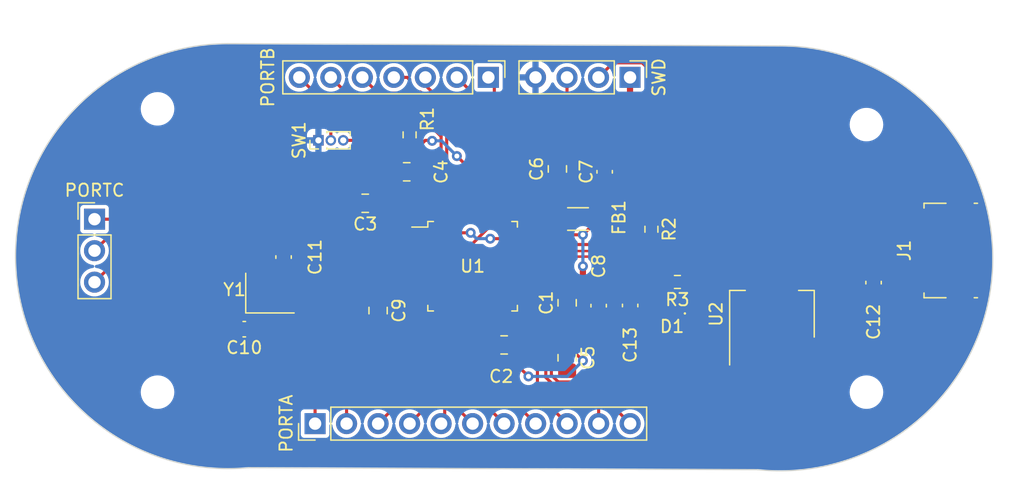
<source format=kicad_pcb>
(kicad_pcb (version 20221018) (generator pcbnew)
  (layers (0 "F.Cu" signal) (31 "B.Cu" power) (34 "B.Paste" user) (35 "F.Paste" user) (36 "B.SilkS" user "B.Silkscreen") (37 "F.SilkS" user "F.Silkscreen") (38 "B.Mask" user) (39 "F.Mask" user) (44 "Edge.Cuts" user))
  (net 0 "")
  (net 1 "+3.3V")
  (net 2 "GND")
  (net 3 "+3.3VA")
  (net 4 "/NRST")
  (net 5 "/HSE_IN")
  (net 6 "/HSE_OUT")
  (net 7 "VBUS")
  (net 8 "Net-(D1-K)")
  (net 9 "/USB_D-")
  (net 10 "/USB_D+")
  (net 13 "/SWDIO")
  (net 14 "/SWCLK")
  (net 15 "Net-(J3-Pin_1)")
  (net 16 "Net-(J3-Pin_2)")
  (net 17 "Net-(J3-Pin_3)")
  (net 18 "Net-(J3-Pin_4)")
  (net 19 "Net-(J3-Pin_5)")
  (net 20 "Net-(J3-Pin_6)")
  (net 21 "Net-(J3-Pin_7)")
  (net 22 "Net-(J4-Pin_1)")
  (net 23 "Net-(J4-Pin_2)")
  (net 24 "Net-(J4-Pin_3)")
  (net 25 "Net-(J4-Pin_4)")
  (net 26 "Net-(J4-Pin_5)")
  (net 27 "Net-(J4-Pin_6)")
  (net 28 "Net-(J4-Pin_7)")
  (net 29 "Net-(J4-Pin_8)")
  (net 30 "Net-(J4-Pin_9)")
  (net 31 "Net-(J4-Pin_10)")
  (net 32 "Net-(J4-Pin_11)")
  (net 33 "Net-(J5-Pin_1)")
  (net 34 "Net-(J5-Pin_2)")
  (net 35 "Net-(J5-Pin_3)")
  (net 36 "/sw_boot0")
  (net 37 "/BOOT0")
  (footprint "Capacitor_SMD:C_0504_1310Metric_Pad0.83x1.28mm_HandSolder" (layer "F.Cu") (at 152.885 90.17 90)
    (fp_text reference "C7" (at 0 -1.49 90) (layer "F.SilkS"))
    (fp_text value "1u")
    (fp_line (start -0.101969 -0.62) (end 0.101969 -0.62) (stroke (width 0.12)) (layer "F.SilkS"))
    (fp_line (start -0.101969 0.62) (end 0.101969 0.62) (stroke (width 0.12)) (layer "F.SilkS"))
    (pad "1" smd roundrect (at -0.6275 0 90) (size 0.835 1.28) (layers "F.Cu" "F.Paste" "F.Mask") (net 3 "+3.3VA"))
    (pad "2" smd roundrect (at 0.6275 0 90) (size 0.835 1.28) (layers "F.Cu" "F.Paste" "F.Mask") (net 2 "GND"))
  )
  (footprint "Package_QFP:LQFP-48_7x7mm_P0.5mm" (layer "F.Cu") (at 142.24 97.79)
    (fp_text reference "U1" (at 0 0) (layer "F.SilkS"))
    (fp_text value "STM32F103C8Tx")
    (fp_line (start -3.61 -3.61) (end -3.61 -3.16) (stroke (width 0.12)) (layer "F.SilkS"))
    (fp_line (start -3.61 -3.16) (end -4.9 -3.16) (stroke (width 0.12)) (layer "F.SilkS"))
    (fp_line (start -3.61 3.61) (end -3.61 3.16) (stroke (width 0.12)) (layer "F.SilkS"))
    (fp_line (start -3.16 -3.61) (end -3.61 -3.61) (stroke (width 0.12)) (layer "F.SilkS"))
    (fp_line (start -3.16 3.61) (end -3.61 3.61) (stroke (width 0.12)) (layer "F.SilkS"))
    (fp_line (start 3.16 -3.61) (end 3.61 -3.61) (stroke (width 0.12)) (layer "F.SilkS"))
    (fp_line (start 3.16 3.61) (end 3.61 3.61) (stroke (width 0.12)) (layer "F.SilkS"))
    (fp_line (start 3.61 -3.61) (end 3.61 -3.16) (stroke (width 0.12)) (layer "F.SilkS"))
    (fp_line (start 3.61 3.61) (end 3.61 3.16) (stroke (width 0.12)) (layer "F.SilkS"))
    (pad "1" smd roundrect (at -4.1625 -2.75) (size 1.475 0.3) (layers "F.Cu" "F.Paste" "F.Mask") (net 1 "+3.3V"))
    (pad "2" smd roundrect (at -4.1625 -2.25) (size 1.475 0.3) (layers "F.Cu" "F.Paste" "F.Mask") (net 33 "Net-(J5-Pin_1)"))
    (pad "3" smd roundrect (at -4.1625 -1.75) (size 1.475 0.3) (layers "F.Cu" "F.Paste" "F.Mask") (net 34 "Net-(J5-Pin_2)"))
    (pad "4" smd roundrect (at -4.1625 -1.25) (size 1.475 0.3) (layers "F.Cu" "F.Paste" "F.Mask") (net 35 "Net-(J5-Pin_3)"))
    (pad "5" smd roundrect (at -4.1625 -0.75) (size 1.475 0.3) (layers "F.Cu" "F.Paste" "F.Mask") (net 5 "/HSE_IN"))
    (pad "6" smd roundrect (at -4.1625 -0.25) (size 1.475 0.3) (layers "F.Cu" "F.Paste" "F.Mask") (net 6 "/HSE_OUT"))
    (pad "7" smd roundrect (at -4.1625 0.25) (size 1.475 0.3) (layers "F.Cu" "F.Paste" "F.Mask") (net 4 "/NRST"))
    (pad "8" smd roundrect (at -4.1625 0.75) (size 1.475 0.3) (layers "F.Cu" "F.Paste" "F.Mask") (net 2 "GND"))
    (pad "9" smd roundrect (at -4.1625 1.25) (size 1.475 0.3) (layers "F.Cu" "F.Paste" "F.Mask") (net 3 "+3.3VA"))
    (pad "10" smd roundrect (at -4.1625 1.75) (size 1.475 0.3) (layers "F.Cu" "F.Paste" "F.Mask") (net 22 "Net-(J4-Pin_1)"))
    (pad "11" smd roundrect (at -4.1625 2.25) (size 1.475 0.3) (layers "F.Cu" "F.Paste" "F.Mask") (net 23 "Net-(J4-Pin_2)"))
    (pad "12" smd roundrect (at -4.1625 2.75) (size 1.475 0.3) (layers "F.Cu" "F.Paste" "F.Mask") (net 24 "Net-(J4-Pin_3)"))
    (pad "13" smd roundrect (at -2.75 4.1625) (size 0.3 1.475) (layers "F.Cu" "F.Paste" "F.Mask") (net 25 "Net-(J4-Pin_4)"))
    (pad "14" smd roundrect (at -2.25 4.1625) (size 0.3 1.475) (layers "F.Cu" "F.Paste" "F.Mask") (net 26 "Net-(J4-Pin_5)"))
    (pad "15" smd roundrect (at -1.75 4.1625) (size 0.3 1.475) (layers "F.Cu" "F.Paste" "F.Mask") (net 27 "Net-(J4-Pin_6)"))
    (pad "16" smd roundrect (at -1.25 4.1625) (size 0.3 1.475) (layers "F.Cu" "F.Paste" "F.Mask") (net 28 "Net-(J4-Pin_7)"))
    (pad "17" smd roundrect (at -0.75 4.1625) (size 0.3 1.475) (layers "F.Cu" "F.Paste" "F.Mask") (net 29 "Net-(J4-Pin_8)"))
    (pad "18" smd roundrect (at -0.25 4.1625) (size 0.3 1.475) (layers "F.Cu" "F.Paste" "F.Mask"))
    (pad "19" smd roundrect (at 0.25 4.1625) (size 0.3 1.475) (layers "F.Cu" "F.Paste" "F.Mask"))
    (pad "20" smd roundrect (at 0.75 4.1625) (size 0.3 1.475) (layers "F.Cu" "F.Paste" "F.Mask"))
    (pad "21" smd roundrect (at 1.25 4.1625) (size 0.3 1.475) (layers "F.Cu" "F.Paste" "F.Mask"))
    (pad "22" smd roundrect (at 1.75 4.1625) (size 0.3 1.475) (layers "F.Cu" "F.Paste" "F.Mask"))
    (pad "23" smd roundrect (at 2.25 4.1625) (size 0.3 1.475) (layers "F.Cu" "F.Paste" "F.Mask") (net 2 "GND"))
    (pad "24" smd roundrect (at 2.75 4.1625) (size 0.3 1.475) (layers "F.Cu" "F.Paste" "F.Mask") (net 1 "+3.3V"))
    (pad "25" smd roundrect (at 4.1625 2.75) (size 1.475 0.3) (layers "F.Cu" "F.Paste" "F.Mask"))
    (pad "26" smd roundrect (at 4.1625 2.25) (size 1.475 0.3) (layers "F.Cu" "F.Paste" "F.Mask"))
    (pad "27" smd roundrect (at 4.1625 1.75) (size 1.475 0.3) (layers "F.Cu" "F.Paste" "F.Mask"))
    (pad "28" smd roundrect (at 4.1625 1.25) (size 1.475 0.3) (layers "F.Cu" "F.Paste" "F.Mask"))
    (pad "29" smd roundrect (at 4.1625 0.75) (size 1.475 0.3) (layers "F.Cu" "F.Paste" "F.Mask") (net 30 "Net-(J4-Pin_9)"))
    (pad "30" smd roundrect (at 4.1625 0.25) (size 1.475 0.3) (layers "F.Cu" "F.Paste" "F.Mask") (net 31 "Net-(J4-Pin_10)"))
    (pad "31" smd roundrect (at 4.1625 -0.25) (size 1.475 0.3) (layers "F.Cu" "F.Paste" "F.Mask") (net 32 "Net-(J4-Pin_11)"))
    (pad "32" smd roundrect (at 4.1625 -0.75) (size 1.475 0.3) (layers "F.Cu" "F.Paste" "F.Mask") (net 9 "/USB_D-"))
    (pad "33" smd roundrect (at 4.1625 -1.25) (size 1.475 0.3) (layers "F.Cu" "F.Paste" "F.Mask") (net 10 "/USB_D+"))
    (pad "34" smd roundrect (at 4.1625 -1.75) (size 1.475 0.3) (layers "F.Cu" "F.Paste" "F.Mask") (net 13 "/SWDIO"))
    (pad "35" smd roundrect (at 4.1625 -2.25) (size 1.475 0.3) (layers "F.Cu" "F.Paste" "F.Mask") (net 2 "GND"))
    (pad "36" smd roundrect (at 4.1625 -2.75) (size 1.475 0.3) (layers "F.Cu" "F.Paste" "F.Mask") (net 1 "+3.3V"))
    (pad "37" smd roundrect (at 2.75 -4.1625) (size 0.3 1.475) (layers "F.Cu" "F.Paste" "F.Mask") (net 14 "/SWCLK"))
    (pad "38" smd roundrect (at 2.25 -4.1625) (size 0.3 1.475) (layers "F.Cu" "F.Paste" "F.Mask"))
    (pad "39" smd roundrect (at 1.75 -4.1625) (size 0.3 1.475) (layers "F.Cu" "F.Paste" "F.Mask") (net 15 "Net-(J3-Pin_1)"))
    (pad "40" smd roundrect (at 1.25 -4.1625) (size 0.3 1.475) (layers "F.Cu" "F.Paste" "F.Mask") (net 16 "Net-(J3-Pin_2)"))
    (pad "41" smd roundrect (at 0.75 -4.1625) (size 0.3 1.475) (layers "F.Cu" "F.Paste" "F.Mask") (net 17 "Net-(J3-Pin_3)"))
    (pad "42" smd roundrect (at 0.25 -4.1625) (size 0.3 1.475) (layers "F.Cu" "F.Paste" "F.Mask") (net 18 "Net-(J3-Pin_4)"))
    (pad "43" smd roundrect (at -0.25 -4.1625) (size 0.3 1.475) (layers "F.Cu" "F.Paste" "F.Mask") (net 19 "Net-(J3-Pin_5)"))
    (pad "44" smd roundrect (at -0.75 -4.1625) (size 0.3 1.475) (layers "F.Cu" "F.Paste" "F.Mask") (net 37 "/BOOT0"))
    (pad "45" smd roundrect (at -1.25 -4.1625) (size 0.3 1.475) (layers "F.Cu" "F.Paste" "F.Mask") (net 20 "Net-(J3-Pin_6)"))
    (pad "46" smd roundrect (at -1.75 -4.1625) (size 0.3 1.475) (layers "F.Cu" "F.Paste" "F.Mask") (net 21 "Net-(J3-Pin_7)"))
    (pad "47" smd roundrect (at -2.25 -4.1625) (size 0.3 1.475) (layers "F.Cu" "F.Paste" "F.Mask") (net 2 "GND"))
    (pad "48" smd roundrect (at -2.75 -4.1625) (size 0.3 1.475) (layers "F.Cu" "F.Paste" "F.Mask") (net 1 "+3.3V"))
  )
  (footprint "Inductor_SMD:L_1206_3216Metric_Pad1.22x1.90mm_HandSolder" (layer "F.Cu") (at 150.7375 93.98)
    (fp_text reference "FB1" (at 3.302549 -0.116123 90) (layer "F.SilkS"))
    (fp_text value "120R")
    (fp_line (start -0.835242 -0.91) (end 0.835242 -0.91) (stroke (width 0.12)) (layer "F.SilkS"))
    (fp_line (start -0.835242 0.91) (end 0.835242 0.91) (stroke (width 0.12)) (layer "F.SilkS"))
    (pad "1" smd roundrect (at -1.6625 0) (size 1.225 1.9) (layers "F.Cu" "F.Paste" "F.Mask") (roundrect_rratio 0.2040816327) (net 3 "+3.3VA"))
    (pad "2" smd roundrect (at 1.6625 0) (size 1.225 1.9) (layers "F.Cu" "F.Paste" "F.Mask") (roundrect_rratio 0.2040816327) (net 1 "+3.3V"))
  )
  (footprint "Connector_PinHeader_2.54mm:PinHeader_1x03_P2.54mm_Vertical" (layer "F.Cu") (at 111.76 93.995)
    (fp_text reference "PORTC" (at 0 -2.33) (layer "F.SilkS"))
    (fp_text value "PORTC")
    (fp_line (start -1.33 -1.33) (end 0 -1.33) (stroke (width 0.12)) (layer "F.SilkS"))
    (fp_line (start -1.33 0) (end -1.33 -1.33) (stroke (width 0.12)) (layer "F.SilkS"))
    (fp_line (start -1.33 1.27) (end -1.33 6.41) (stroke (width 0.12)) (layer "F.SilkS"))
    (fp_line (start -1.33 1.27) (end 1.33 1.27) (stroke (width 0.12)) (layer "F.SilkS"))
    (fp_line (start -1.33 6.41) (end 1.33 6.41) (stroke (width 0.12)) (layer "F.SilkS"))
    (fp_line (start 1.33 1.27) (end 1.33 6.41) (stroke (width 0.12)) (layer "F.SilkS"))
    (pad "1" thru_hole rect (at 0 0) (size 1.7 1.7) (drill 1) (layers "*.Cu" "*.Mask") (net 33 "Net-(J5-Pin_1)"))
    (pad "2" thru_hole oval (at 0 2.54) (size 1.7 1.7) (drill 1) (layers "*.Cu" "*.Mask") (net 34 "Net-(J5-Pin_2)"))
    (pad "3" thru_hole oval (at 0 5.08) (size 1.7 1.7) (drill 1) (layers "*.Cu" "*.Mask") (net 35 "Net-(J5-Pin_3)"))
  )
  (footprint "Capacitor_SMD:C_0805_2012Metric_Pad1.18x1.45mm_HandSolder" (layer "F.Cu") (at 149.86 105.1775 -90)
    (fp_text reference "C5" (at 0 -1.68 90) (layer "F.SilkS"))
    (fp_text value "10u")
    (fp_line (start -0.261252 -0.735) (end 0.261252 -0.735) (stroke (width 0.12)) (layer "F.SilkS"))
    (fp_line (start -0.261252 0.735) (end 0.261252 0.735) (stroke (width 0.12)) (layer "F.SilkS"))
    (pad "1" smd roundrect (at -1.0375 0 270) (size 1.175 1.45) (layers "F.Cu" "F.Paste" "F.Mask") (roundrect_rratio 0.2127659574) (net 1 "+3.3V"))
    (pad "2" smd roundrect (at 1.0375 0 270) (size 1.175 1.45) (layers "F.Cu" "F.Paste" "F.Mask") (roundrect_rratio 0.2127659574) (net 2 "GND"))
  )
  (footprint "Capacitor_SMD:C_0504_1310Metric_Pad0.83x1.28mm_HandSolder" (layer "F.Cu") (at 123.8325 102.87 180)
    (fp_text reference "C10" (at 0 -1.49) (layer "F.SilkS"))
    (fp_text value "10p")
    (fp_line (start -0.101969 -0.62) (end 0.101969 -0.62) (stroke (width 0.12)) (layer "F.SilkS"))
    (fp_line (start -0.101969 0.62) (end 0.101969 0.62) (stroke (width 0.12)) (layer "F.SilkS"))
    (pad "1" smd roundrect (at -0.6275 0 180) (size 0.835 1.28) (layers "F.Cu" "F.Paste" "F.Mask") (net 5 "/HSE_IN"))
    (pad "2" smd roundrect (at 0.6275 0 180) (size 0.835 1.28) (layers "F.Cu" "F.Paste" "F.Mask") (net 2 "GND"))
  )
  (footprint "Capacitor_SMD:C_0805_2012Metric_Pad1.18x1.45mm_HandSolder" (layer "F.Cu") (at 134.62 101.3675 -90)
    (fp_text reference "C9" (at 0 -1.68 90) (layer "F.SilkS"))
    (fp_text value "100n")
    (fp_line (start -0.261252 -0.735) (end 0.261252 -0.735) (stroke (width 0.12)) (layer "F.SilkS"))
    (fp_line (start -0.261252 0.735) (end 0.261252 0.735) (stroke (width 0.12)) (layer "F.SilkS"))
    (pad "1" smd roundrect (at -1.0375 0 270) (size 1.175 1.45) (layers "F.Cu" "F.Paste" "F.Mask") (roundrect_rratio 0.2127659574) (net 4 "/NRST"))
    (pad "2" smd roundrect (at 1.0375 0 270) (size 1.175 1.45) (layers "F.Cu" "F.Paste" "F.Mask") (roundrect_rratio 0.2127659574) (net 2 "GND"))
  )
  (footprint "MountingHole:MountingHole_2.2mm_M2" (layer "F.Cu") (at 116.84 85.09)
    (fp_text reference "H3" hide)
    (fp_text value "MountingHole")
    (pad "" np_thru_hole circle (at 0 0) (size 2.2 2.2) (drill 2.2) (layers "*.Cu" "*.Mask"))
  )
  (footprint "Capacitor_SMD:C_0805_2012Metric_Pad1.18x1.45mm_HandSolder" (layer "F.Cu") (at 133.5825 92.71 180)
    (fp_text reference "C3" (at 0 -1.68) (layer "F.SilkS"))
    (fp_text value "100n")
    (fp_line (start -0.261252 -0.735) (end 0.261252 -0.735) (stroke (width 0.12)) (layer "F.SilkS"))
    (fp_line (start -0.261252 0.735) (end 0.261252 0.735) (stroke (width 0.12)) (layer "F.SilkS"))
    (pad "1" smd roundrect (at -1.0375 0 180) (size 1.175 1.45) (layers "F.Cu" "F.Paste" "F.Mask") (roundrect_rratio 0.2127659574) (net 1 "+3.3V"))
    (pad "2" smd roundrect (at 1.0375 0 180) (size 1.175 1.45) (layers "F.Cu" "F.Paste" "F.Mask") (roundrect_rratio 0.2127659574) (net 2 "GND"))
  )
  (footprint "MountingHole:MountingHole_2.2mm_M2" (layer "F.Cu") (at 116.84 107.95)
    (fp_text reference "H4" hide)
    (fp_text value "MountingHole")
    (pad "" np_thru_hole circle (at 0 0) (size 2.2 2.2) (drill 2.2) (layers "*.Cu" "*.Mask"))
  )
  (footprint "MountingHole:MountingHole_2.2mm_M2" (layer "F.Cu") (at 173.99 107.95)
    (fp_text reference "H2" hide)
    (fp_text value "MountingHole")
    (pad "" np_thru_hole circle (at 0 0) (size 2.2 2.2) (drill 2.2) (layers "*.Cu" "*.Mask"))
  )
  (footprint "Resistor_SMD:R_0603_1608Metric" (layer "F.Cu") (at 158.75 99.06 180)
    (fp_text reference "R3" (at 0 -1.43) (layer "F.SilkS"))
    (fp_text value "1k5")
    (fp_line (start -0.237258 -0.5225) (end 0.237258 -0.5225) (stroke (width 0.12)) (layer "F.SilkS"))
    (fp_line (start -0.237258 0.5225) (end 0.237258 0.5225) (stroke (width 0.12)) (layer "F.SilkS"))
    (pad "1" smd roundrect (at -0.825 0 180) (size 0.8 0.95) (layers "F.Cu" "F.Paste" "F.Mask") (net 8 "Net-(D1-K)"))
    (pad "2" smd roundrect (at 0.825 0 180) (size 0.8 0.95) (layers "F.Cu" "F.Paste" "F.Mask") (net 2 "GND"))
  )
  (footprint "Resistor_SMD:R_0603_1608Metric" (layer "F.Cu") (at 137.16 87.185 -90)
    (fp_text reference "R1" (at -1.27 -1.43 90) (layer "F.SilkS"))
    (fp_text value "10k")
    (fp_line (start -0.237258 -0.5225) (end 0.237258 -0.5225) (stroke (width 0.12)) (layer "F.SilkS"))
    (fp_line (start -0.237258 0.5225) (end 0.237258 0.5225) (stroke (width 0.12)) (layer "F.SilkS"))
    (pad "1" smd roundrect (at -0.825 0 270) (size 0.8 0.95) (layers "F.Cu" "F.Paste" "F.Mask") (net 36 "/sw_boot0"))
    (pad "2" smd roundrect (at 0.825 0 270) (size 0.8 0.95) (layers "F.Cu" "F.Paste" "F.Mask") (net 37 "/BOOT0"))
  )
  (footprint "Capacitor_SMD:C_0805_2012Metric_Pad1.18x1.45mm_HandSolder" (layer "F.Cu") (at 144.78 104.14 180)
    (fp_text reference "C2" (at 0.2325 -2.54) (layer "F.SilkS"))
    (fp_text value "100n" hide)
    (fp_line (start -0.261252 -0.735) (end 0.261252 -0.735) (stroke (width 0.12)) (layer "F.SilkS"))
    (fp_line (start -0.261252 0.735) (end 0.261252 0.735) (stroke (width 0.12)) (layer "F.SilkS"))
    (pad "1" smd roundrect (at -1.0375 0 180) (size 1.175 1.45) (layers "F.Cu" "F.Paste" "F.Mask") (roundrect_rratio 0.2127659574) (net 1 "+3.3V"))
    (pad "2" smd roundrect (at 1.0375 0 180) (size 1.175 1.45) (layers "F.Cu" "F.Paste" "F.Mask") (roundrect_rratio 0.2127659574) (net 2 "GND"))
  )
  (footprint "Capacitor_SMD:C_0504_1310Metric_Pad0.83x1.28mm_HandSolder" (layer "F.Cu") (at 127 97.05 90)
    (fp_text reference "C11" (at 0 2.54 90) (layer "F.SilkS"))
    (fp_text value "10p")
    (fp_line (start -0.101969 -0.62) (end 0.101969 -0.62) (stroke (width 0.12)) (layer "F.SilkS"))
    (fp_line (start -0.101969 0.62) (end 0.101969 0.62) (stroke (width 0.12)) (layer "F.SilkS"))
    (pad "1" smd roundrect (at -0.6275 0 90) (size 0.835 1.28) (layers "F.Cu" "F.Paste" "F.Mask") (net 6 "/HSE_OUT"))
    (pad "2" smd roundrect (at 0.6275 0 90) (size 0.835 1.28) (layers "F.Cu" "F.Paste" "F.Mask") (net 2 "GND"))
  )
  (footprint "Capacitor_SMD:C_0504_1310Metric_Pad0.83x1.28mm_HandSolder" (layer "F.Cu") (at 152.4 100.9725 90)
    (fp_text reference "C8" (at 3.1825 0 90) (layer "F.SilkS"))
    (fp_text value "1u")
    (fp_line (start -0.101969 -0.62) (end 0.101969 -0.62) (stroke (width 0.12)) (layer "F.SilkS"))
    (fp_line (start -0.101969 0.62) (end 0.101969 0.62) (stroke (width 0.12)) (layer "F.SilkS"))
    (pad "1" smd roundrect (at -0.6275 0 90) (size 0.835 1.28) (layers "F.Cu" "F.Paste" "F.Mask") (net 1 "+3.3V"))
    (pad "2" smd roundrect (at 0.6275 0 90) (size 0.835 1.28) (layers "F.Cu" "F.Paste" "F.Mask") (net 2 "GND"))
  )
  (footprint "Capacitor_SMD:C_0504_1310Metric_Pad0.83x1.28mm_HandSolder" (layer "F.Cu") (at 154.94 100.9575 90)
    (fp_text reference "C13" (at -3.1825 0 90) (layer "F.SilkS"))
    (fp_text value "22u")
    (fp_line (start -0.101969 -0.62) (end 0.101969 -0.62) (stroke (width 0.12)) (layer "F.SilkS"))
    (fp_line (start -0.101969 0.62) (end 0.101969 0.62) (stroke (width 0.12)) (layer "F.SilkS"))
    (pad "1" smd roundrect (at -0.6275 0 90) (size 0.835 1.28) (layers "F.Cu" "F.Paste" "F.Mask") (net 1 "+3.3V"))
    (pad "2" smd roundrect (at 0.6275 0 90) (size 0.835 1.28) (layers "F.Cu" "F.Paste" "F.Mask") (net 2 "GND"))
  )
  (footprint "Connector_PinHeader_2.54mm:PinHeader_1x11_P2.54mm_Vertical" (layer "F.Cu") (at 129.54 110.49 90)
    (fp_text reference "PORTA" (at 0 -2.33 90) (layer "F.SilkS"))
    (fp_text value "PORTA")
    (fp_line (start -1.33 -1.33) (end 0 -1.33) (stroke (width 0.12)) (layer "F.SilkS"))
    (fp_line (start -1.33 0) (end -1.33 -1.33) (stroke (width 0.12)) (layer "F.SilkS"))
    (fp_line (start -1.33 1.27) (end -1.33 26.73) (stroke (width 0.12)) (layer "F.SilkS"))
    (fp_line (start -1.33 1.27) (end 1.33 1.27) (stroke (width 0.12)) (layer "F.SilkS"))
    (fp_line (start -1.33 26.73) (end 1.33 26.73) (stroke (width 0.12)) (layer "F.SilkS"))
    (fp_line (start 1.33 1.27) (end 1.33 26.73) (stroke (width 0.12)) (layer "F.SilkS"))
    (pad "1" thru_hole rect (at 0 0 90) (size 1.7 1.7) (drill 1) (layers "*.Cu" "*.Mask") (net 22 "Net-(J4-Pin_1)"))
    (pad "2" thru_hole oval (at 0 2.54 90) (size 1.7 1.7) (drill 1) (layers "*.Cu" "*.Mask") (net 23 "Net-(J4-Pin_2)"))
    (pad "3" thru_hole oval (at 0 5.08 90) (size 1.7 1.7) (drill 1) (layers "*.Cu" "*.Mask") (net 24 "Net-(J4-Pin_3)"))
    (pad "4" thru_hole oval (at 0 7.62 90) (size 1.7 1.7) (drill 1) (layers "*.Cu" "*.Mask") (net 25 "Net-(J4-Pin_4)"))
    (pad "5" thru_hole oval (at 0 10.16 90) (size 1.7 1.7) (drill 1) (layers "*.Cu" "*.Mask") (net 26 "Net-(J4-Pin_5)"))
    (pad "6" thru_hole oval (at 0 12.7 90) (size 1.7 1.7) (drill 1) (layers "*.Cu" "*.Mask") (net 27 "Net-(J4-Pin_6)"))
    (pad "7" thru_hole oval (at 0 15.24 90) (size 1.7 1.7) (drill 1) (layers "*.Cu" "*.Mask") (net 28 "Net-(J4-Pin_7)"))
    (pad "8" thru_hole oval (at 0 17.78 90) (size 1.7 1.7) (drill 1) (layers "*.Cu" "*.Mask") (net 29 "Net-(J4-Pin_8)"))
    (pad "9" thru_hole oval (at 0 20.32 90) (size 1.7 1.7) (drill 1) (layers "*.Cu" "*.Mask") (net 30 "Net-(J4-Pin_9)"))
    (pad "10" thru_hole oval (at 0 22.86 90) (size 1.7 1.7) (drill 1) (layers "*.Cu" "*.Mask") (net 31 "Net-(J4-Pin_10)"))
    (pad "11" thru_hole oval (at 0 25.4 90) (size 1.7 1.7) (drill 1) (layers "*.Cu" "*.Mask") (net 32 "Net-(J4-Pin_11)"))
  )
  (footprint "Capacitor_SMD:C_0805_2012Metric_Pad1.18x1.45mm_HandSolder" (layer "F.Cu") (at 149.86 100.74 90)
    (fp_text reference "C1" (at 0 -1.68 90) (layer "F.SilkS"))
    (fp_text value "100n")
    (fp_line (start -0.261252 -0.735) (end 0.261252 -0.735) (stroke (width 0.12)) (layer "F.SilkS"))
    (fp_line (start -0.261252 0.735) (end 0.261252 0.735) (stroke (width 0.12)) (layer "F.SilkS"))
    (pad "1" smd roundrect (at -1.0375 0 90) (size 1.175 1.45) (layers "F.Cu" "F.Paste" "F.Mask") (roundrect_rratio 0.2127659574) (net 1 "+3.3V"))
    (pad "2" smd roundrect (at 1.0375 0 90) (size 1.175 1.45) (layers "F.Cu" "F.Paste" "F.Mask") (roundrect_rratio 0.2127659574) (net 2 "GND"))
  )
  (footprint "Connector_PinHeader_2.54mm:PinHeader_1x04_P2.54mm_Vertical" (layer "F.Cu") (at 154.93 82.55 -90)
    (fp_text reference "SWD" (at 0 -2.33 90) (layer "F.SilkS"))
    (fp_text value "Conn_01x04_Pin" hide)
    (fp_line (start -1.33 -1.33) (end 0 -1.33) (stroke (width 0.12)) (layer "F.SilkS"))
    (fp_line (start -1.33 0) (end -1.33 -1.33) (stroke (width 0.12)) (layer "F.SilkS"))
    (fp_line (start -1.33 1.27) (end -1.33 8.95) (stroke (width 0.12)) (layer "F.SilkS"))
    (fp_line (start -1.33 1.27) (end 1.33 1.27) (stroke (width 0.12)) (layer "F.SilkS"))
    (fp_line (start -1.33 8.95) (end 1.33 8.95) (stroke (width 0.12)) (layer "F.SilkS"))
    (fp_line (start 1.33 1.27) (end 1.33 8.95) (stroke (width 0.12)) (layer "F.SilkS"))
    (pad "1" thru_hole rect (at 0 0 270) (size 1.7 1.7) (drill 1) (layers "*.Cu" "*.Mask") (net 3 "+3.3VA"))
    (pad "2" thru_hole oval (at 0 2.54 270) (size 1.7 1.7) (drill 1) (layers "*.Cu" "*.Mask") (net 13 "/SWDIO"))
    (pad "3" thru_hole oval (at 0 5.08 270) (size 1.7 1.7) (drill 1) (layers "*.Cu" "*.Mask") (net 14 "/SWCLK"))
    (pad "4" thru_hole oval (at 0 7.62 270) (size 1.7 1.7) (drill 1) (layers "*.Cu" "*.Mask") (net 2 "GND"))
  )
  (footprint "MountingHole:MountingHole_2.2mm_M2" (layer "F.Cu") (at 173.99 86.36)
    (fp_text reference "H1" hide)
    (fp_text value "MountingHole")
    (pad "" np_thru_hole circle (at 0 0) (size 2.2 2.2) (drill 2.2) (layers "*.Cu" "*.Mask"))
  )
  (footprint "Capacitor_SMD:C_0805_2012Metric_Pad1.18x1.45mm_HandSolder" (layer "F.Cu") (at 149.075 89.9375 90)
    (fp_text reference "C6" (at 0 -1.68 90) (layer "F.SilkS"))
    (fp_text value "10n")
    (fp_line (start -0.261252 -0.735) (end 0.261252 -0.735) (stroke (width 0.12)) (layer "F.SilkS"))
    (fp_line (start -0.261252 0.735) (end 0.261252 0.735) (stroke (width 0.12)) (layer "F.SilkS"))
    (pad "1" smd roundrect (at -1.0375 0 90) (size 1.175 1.45) (layers "F.Cu" "F.Paste" "F.Mask") (roundrect_rratio 0.2127659574) (net 3 "+3.3VA"))
    (pad "2" smd roundrect (at 1.0375 0 90) (size 1.175 1.45) (layers "F.Cu" "F.Paste" "F.Mask") (roundrect_rratio 0.2127659574) (net 2 "GND"))
  )
  (footprint "Connector_USB:USB_Micro-B_Molex_47346-0001" (layer "F.Cu") (at 180.34 96.52 90)
    (fp_text reference "J1" (at 0 -3.3 90) (layer "F.SilkS"))
    (fp_text value "USB_B_Micro")
    (fp_line (start -3.81 -1.71) (end -3.43 -1.71) (stroke (width 0.12)) (layer "F.SilkS"))
    (fp_line (start -3.81 0.06) (end -3.81 -1.71) (stroke (width 0.12)) (layer "F.SilkS"))
    (fp_line (start -3.81 2.6) (end -3.81 2.34) (stroke (width 0.12)) (layer "F.SilkS"))
    (fp_line (start 3.81 -1.71) (end 3.43 -1.71) (stroke (width 0.12)) (layer "F.SilkS"))
    (fp_line (start 3.81 -1.71) (end 3.81 0.06) (stroke (width 0.12)) (layer "F.SilkS"))
    (fp_line (start 3.81 2.34) (end 3.81 2.6) (stroke (width 0.12)) (layer "F.SilkS"))
    (pad "1" smd rect (at -1.3 -1.46 90) (size 0.45 1.38) (layers "F.Cu" "F.Paste" "F.Mask") (net 7 "VBUS"))
    (pad "2" smd rect (at -0.65 -1.46 90) (size 0.45 1.38) (layers "F.Cu" "F.Paste" "F.Mask") (net 9 "/USB_D-"))
    (pad "3" smd rect (at 0 -1.46 90) (size 0.45 1.38) (layers "F.Cu" "F.Paste" "F.Mask") (net 10 "/USB_D+"))
    (pad "4" smd rect (at 0.65 -1.46 90) (size 0.45 1.38) (layers "F.Cu" "F.Paste" "F.Mask"))
    (pad "5" smd rect (at 1.3 -1.46 90) (size 0.45 1.38) (layers "F.Cu" "F.Paste" "F.Mask") (net 2 "GND"))
    (pad "6" smd rect (at -3.375 1.2 90) (size 1.65 1.3) (layers "F.Cu" "F.Paste" "F.Mask"))
    (pad "6" smd rect (at -2.4875 -1.375 90) (size 1.425 1.55) (layers "F.Cu" "F.Paste" "F.Mask"))
    (pad "6" smd rect (at -1.15 1.2 90) (size 1.8 1.9) (layers "F.Cu" "F.Paste" "F.Mask"))
    (pad "6" smd rect (at 1.55 1.2 90) (size 1 1.9) (layers "F.Cu" "F.Paste" "F.Mask"))
    (pad "6" smd rect (at 2.4875 -1.375 90) (size 1.425 1.55) (layers "F.Cu" "F.Paste" "F.Mask"))
    (pad "6" smd rect (at 3.375 1.2 90) (size 1.65 1.3) (layers "F.Cu" "F.Paste" "F.Mask"))
  )
  (footprint "Capacitor_SMD:C_0504_1310Metric_Pad0.83x1.28mm_HandSolder" (layer "F.Cu") (at 174.5625 99.1125 -90)
    (fp_text reference "C12" (at 3.1675 0 90) (layer "F.SilkS"))
    (fp_text value "22u")
    (fp_line (start -0.101969 -0.62) (end 0.101969 -0.62) (stroke (width 0.12)) (layer "F.SilkS"))
    (fp_line (start -0.101969 0.62) (end 0.101969 0.62) (stroke (width 0.12)) (layer "F.SilkS"))
    (pad "1" smd roundrect (at -0.6275 0 270) (size 0.835 1.28) (layers "F.Cu" "F.Paste" "F.Mask") (net 7 "VBUS"))
    (pad "2" smd roundrect (at 0.6275 0 270) (size 0.835 1.28) (layers "F.Cu" "F.Paste" "F.Mask") (net 2 "GND"))
  )
  (footprint "Connector_PinHeader_2.54mm:PinHeader_1x07_P2.54mm_Vertical" (layer "F.Cu") (at 143.51 82.55 -90)
    (fp_text reference "PORTB" (at 0 17.78 90) (layer "F.SilkS"))
    (fp_text value "Conn_01x07_Pin")
    (fp_line (start -1.33 -1.33) (end 0 -1.33) (stroke (width 0.12)) (layer "F.SilkS"))
    (fp_line (start -1.33 0) (end -1.33 -1.33) (stroke (width 0.12)) (layer "F.SilkS"))
    (fp_line (start -1.33 1.27) (end -1.33 16.57) (stroke (width 0.12)) (layer "F.SilkS"))
    (fp_line (start -1.33 1.27) (end 1.33 1.27) (stroke (width 0.12)) (layer "F.SilkS"))
    (fp_line (start -1.33 16.57) (end 1.33 16.57) (stroke (width 0.12)) (layer "F.SilkS"))
    (fp_line (start 1.33 1.27) (end 1.33 16.57) (stroke (width 0.12)) (layer "F.SilkS"))
    (pad "1" thru_hole rect (at 0 0 270) (size 1.7 1.7) (drill 1) (layers "*.Cu" "*.Mask") (net 15 "Net-(J3-Pin_1)"))
    (pad "2" thru_hole oval (at 0 2.54 270) (size 1.7 1.7) (drill 1) (layers "*.Cu" "*.Mask") (net 16 "Net-(J3-Pin_2)"))
    (pad "3" thru_hole oval (at 0 5.08 270) (size 1.7 1.7) (drill 1) (layers "*.Cu" "*.Mask") (net 17 "Net-(J3-Pin_3)"))
    (pad "4" thru_hole oval (at 0 7.62 270) (size 1.7 1.7) (drill 1) (layers "*.Cu" "*.Mask") (net 18 "Net-(J3-Pin_4)"))
    (pad "5" thru_hole oval (at 0 10.16 270) (size 1.7 1.7) (drill 1) (layers "*.Cu" "*.Mask") (net 19 "Net-(J3-Pin_5)"))
    (pad "6" thru_hole oval (at 0 12.7 270) (size 1.7 1.7) (drill 1) (layers "*.Cu" "*.Mask") (net 20 "Net-(J3-Pin_6)"))
    (pad "7" thru_hole oval (at 0 15.24 270) (size 1.7 1.7) (drill 1) (layers "*.Cu" "*.Mask") (net 21 "Net-(J3-Pin_7)"))
  )
  (footprint "Resistor_SMD:R_0603_1608Metric" (layer "F.Cu") (at 156.655 94.805 -90)
    (fp_text reference "R2" (at 0 -1.43 90) (layer "F.SilkS"))
    (fp_text value "1k5")
    (fp_line (start -0.237258 -0.5225) (end 0.237258 -0.5225) (stroke (width 0.12)) (layer "F.SilkS"))
    (fp_line (start -0.237258 0.5225) (end 0.237258 0.5225) (stroke (width 0.12)) (layer "F.SilkS"))
    (pad "1" smd roundrect (at -0.825 0 270) (size 0.8 0.95) (layers "F.Cu" "F.Paste" "F.Mask") (net 3 "+3.3VA"))
    (pad "2" smd roundrect (at 0.825 0 270) (size 0.8 0.95) (layers "F.Cu" "F.Paste" "F.Mask") (net 10 "/USB_D+"))
  )
  (footprint "Crystal:Crystal_SMD_EuroQuartz_MT-4Pin_3.2x2.5mm" (layer "F.Cu") (at 125.9 99.96)
    (fp_text reference "Y1" (at -2.849593 -0.278523) (layer "F.SilkS"))
    (fp_text value "16MHz")
    (fp_line (start -1.95 -1.6) (end -1.95 1.6) (stroke (width 0.12)) (layer "F.SilkS"))
    (fp_line (start -1.95 1.6) (end 1.95 1.6) (stroke (width 0.12)) (layer "F.SilkS"))
    (pad "1" smd rect (at -1.1 0.9) (size 1.3 1) (layers "F.Cu" "F.Paste" "F.Mask") (net 5 "/HSE_IN"))
    (pad "2" smd rect (at 1.1 0.9) (size 1.3 1) (layers "F.Cu" "F.Paste" "F.Mask") (net 2 "GND"))
    (pad "3" smd rect (at 1.1 -0.9) (size 1.3 1) (layers "F.Cu" "F.Paste" "F.Mask") (net 6 "/HSE_OUT"))
    (pad "4" smd rect (at -1.1 -0.9) (size 1.3 1) (layers "F.Cu" "F.Paste" "F.Mask") (net 2 "GND"))
  )
  (footprint "Capacitor_SMD:C_0805_2012Metric_Pad1.18x1.45mm_HandSolder" (layer "F.Cu") (at 136.9275 90.17)
    (fp_text reference "C4" (at 2.7725 0 90) (layer "F.SilkS"))
    (fp_text value "100n")
    (fp_line (start -0.261252 -0.735) (end 0.261252 -0.735) (stroke (width 0.12)) (layer "F.SilkS"))
    (fp_line (start -0.261252 0.735) (end 0.261252 0.735) (stroke (width 0.12)) (layer "F.SilkS"))
    (pad "1" smd roundrect (at -1.0375 0) (size 1.175 1.45) (layers "F.Cu" "F.Paste" "F.Mask") (roundrect_rratio 0.2127659574) (net 1 "+3.3V"))
    (pad "2" smd roundrect (at 1.0375 0) (size 1.175 1.45) (layers "F.Cu" "F.Paste" "F.Mask") (roundrect_rratio 0.2127659574) (net 2 "GND"))
  )
  (footprint "Package_TO_SOT_SMD:SOT-223-3_TabPin2" (layer "F.Cu") (at 166.37 101.6525 90)
    (fp_text reference "U2" (at 0 -4.5 90) (layer "F.SilkS"))
    (fp_text value "AMS1117-3.3")
    (fp_line (start -4.1 -3.41) (end 1.91 -3.41) (stroke (width 0.12)) (layer "F.SilkS"))
    (fp_line (start -1.85 3.41) (end 1.91 3.41) (stroke (width 0.12)) (layer "F.SilkS"))
    (fp_line (start 1.91 -3.41) (end 1.91 -2.15) (stroke (width 0.12)) (layer "F.SilkS"))
    (fp_line (start 1.91 3.41) (end 1.91 2.15) (stroke (width 0.12)) (layer "F.SilkS"))
    (pad "1" smd rect (at -3.15 -2.3 90) (size 2 1.5) (layers "F.Cu" "F.Paste" "F.Mask") (net 2 "GND"))
    (pad "2" smd rect (at -3.15 0 90) (size 2 1.5) (layers "F.Cu" "F.Paste" "F.Mask") (net 1 "+3.3V"))
    (pad "2" smd rect (at 3.15 0 90) (size 2 3.8) (layers "F.Cu" "F.Paste" "F.Mask") (net 1 "+3.3V"))
    (pad "3" smd rect (at -3.15 2.3 90) (size 2 1.5) (layers "F.Cu" "F.Paste" "F.Mask") (net 7 "VBUS"))
  )
  (footprint "LED_SMD:LED_0201_0603Metric_Pad0.64x0.40mm_HandSolder" (layer "F.Cu") (at 158.3175 101.6 180)
    (fp_text reference "D1" (at 0 -1.05) (layer "F.SilkS"))
    (fp_text value "LED")
    (fp_circle (center -1.035 0) (end -0.985 0) (stroke (width 0.1)) (fill none) (layer "F.SilkS"))
    (pad "1" smd roundrect (at -0.4075 0 180) (size 0.635 0.4) (layers "F.Cu" "F.Mask") (net 8 "Net-(D1-K)"))
    (pad "2" smd roundrect (at 0.4075 0 180) (size 0.635 0.4) (layers "F.Cu" "F.Mask") (net 1 "+3.3V"))
  )
  (footprint "Connector_PinHeader_1.00mm:PinHeader_1x03_P1.00mm_Vertical" (layer "F.Cu") (at 129.81 87.63 90)
    (fp_text reference "SW1" (at 0 -1.56 90) (layer "F.SilkS"))
    (fp_text value "SW_SPDT")
    (fp_line (start -0.695 -0.685) (end 0 -0.685) (stroke (width 0.12)) (layer "F.SilkS"))
    (fp_line (start -0.695 0) (end -0.695 -0.685) (stroke (width 0.12)) (layer "F.SilkS"))
    (fp_line (start -0.695 0.685) (end -0.695 2.56) (stroke (width 0.12)) (layer "F.SilkS"))
    (fp_line (start -0.695 0.685) (end -0.608276 0.685) (stroke (width 0.12)) (layer "F.SilkS"))
    (fp_line (start -0.695 2.56) (end -0.394493 2.56) (stroke (width 0.12)) (layer "F.SilkS"))
    (fp_line (start 0.394493 2.56) (end 0.695 2.56) (stroke (width 0.12)) (layer "F.SilkS"))
    (fp_line (start 0.608276 0.685) (end 0.695 0.685) (stroke (width 0.12)) (layer "F.SilkS"))
    (fp_line (start 0.695 0.685) (end 0.695 2.56) (stroke (width 0.12)) (layer "F.SilkS"))
    (pad "1" thru_hole rect (at 0 0 90) (size 0.85 0.85) (drill 0.5) (layers "*.Cu" "*.Mask") (net 2 "GND"))
    (pad "2" thru_hole oval (at 0 1 90) (size 0.85 0.85) (drill 0.5) (layers "*.Cu" "*.Mask") (net 36 "/sw_boot0"))
    (pad "3" thru_hole oval (at 0 2 90) (size 0.85 0.85) (drill 0.5) (layers "*.Cu" "*.Mask") (net 1 "+3.3V"))
  )
  (gr_arc (start 167.028567 80.01) (mid 184.15 98.053646) (end 165.233746 114.205796) (stroke (width 0.1)) (layer "Edge.Cuts"))
  (gr_line (start 124.161184 114.044102) (end 165.233746 114.205796) (stroke (width 0.1)) (layer "Edge.Cuts"))
  (gr_arc (start 124.161184 114.044102) (mid 105.41 97.79) (end 122.535682 79.831332) (stroke (width 0.1)) (layer "Edge.Cuts"))
  (gr_line (start 122.535682 79.831332) (end 167.028567 80.01) (stroke (width 0.1)) (layer "Edge.Cuts"))
  (segment (start 152.4 101.6) (end 154.925 101.6) (width 0.5) (layer "F.Cu") (net 1))
  (segment (start 139.41875 94.359436) (end 139.41875 93.69875) (width 0.25) (layer "F.Cu") (net 1))
  (segment (start 154.955 101.6) (end 154.94 101.585) (width 0.25) (layer "F.Cu") (net 1))
  (segment (start 144.992533 95.564549) (end 145.517082 95.04) (width 0.25) (layer "F.Cu") (net 1))
  (segment (start 145.517082 95.04) (end 146.4025 95.04) (width 0.25) (layer "F.Cu") (net 1))
  (segment (start 142.082701 95.092701) (end 140.152015 95.092701) (width 0.25) (layer "F.Cu") (net 1))
  (segment (start 152.4 93.98) (end 151.125 95.255) (width 0.25) (layer "F.Cu") (net 1))
  (segment (start 166.37 98.5025) (end 162.7475 102.125) (width 0.25) (layer "F.Cu") (net 1))
  (segment (start 152.4 93.98) (end 151.13 95.25) (width 0.25) (layer "F.Cu") (net 1))
  (segment (start 136.95 95.04) (end 134.62 92.71) (width 0.25) (layer "F.Cu") (net 1))
  (segment (start 138.0775 95.04) (end 136.95 95.04) (width 0.25) (layer "F.Cu") (net 1))
  (segment (start 135.89 91.44) (end 134.62 92.71) (width 0.5) (layer "F.Cu") (net 1))
  (segment (start 151.125 95.255) (end 147.420686 95.255) (width 0.25) (layer "F.Cu") (net 1))
  (segment (start 147.420686 95.255) (end 147.205686 95.04) (width 0.25) (layer "F.Cu") (net 1))
  (segment (start 149.86 101.7775) (end 149.86 104.14) (width 0.5) (layer "F.Cu") (net 1))
  (segment (start 154.925 101.6) (end 154.94 101.585) (width 0.5) (layer "F.Cu") (net 1))
  (segment (start 132.815 87.63) (end 135.355 90.17) (width 0.25) (layer "F.Cu") (net 1))
  (segment (start 152.2225 101.7775) (end 152.4 101.6) (width 0.5) (layer "F.Cu") (net 1))
  (segment (start 138.0775 95.04) (end 139.41875 93.69875) (width 0.25) (layer "F.Cu") (net 1))
  (segment (start 157.91 101.8) (end 157.91 101.6) (width 0.25) (layer "F.Cu") (net 1))
  (segment (start 166.37 98.5025) (end 166.37 104.8025) (width 1) (layer "F.Cu") (net 1))
  (segment (start 158.235 102.125) (end 157.91 101.8) (width 0.25) (layer "F.Cu") (net 1))
  (segment (start 143.660049 95.564549) (end 144.992533 95.564549) (width 0.25) (layer "F.Cu") (net 1))
  (segment (start 144.99 101.9525) (end 144.99 103.3125) (width 0.25) (layer "F.Cu") (net 1))
  (segment (start 147.205686 95.04) (end 146.4025 95.04) (width 0.25) (layer "F.Cu") (net 1))
  (segment (start 149.86 101.7775) (end 151.13 101.7775) (width 0.5) (layer "F.Cu") (net 1))
  (segment (start 151.13 105.41) (end 149.86 104.14) (width 0.25) (layer "F.Cu") (net 1))
  (segment (start 135.89 90.17) (end 135.89 91.44) (width 0.5) (layer "F.Cu") (net 1))
  (segment (start 131.81 87.63) (end 132.815 87.63) (width 0.25) (layer "F.Cu") (net 1))
  (segment (start 151.13 97.79) (end 151.13 101.7775) (width 0.5) (layer "F.Cu") (net 1))
  (segment (start 157.91 101.6) (end 154.955 101.6) (width 0.25) (layer "F.Cu") (net 1))
  (segment (start 140.152015 95.092701) (end 139.41875 94.359436) (width 0.25) (layer "F.Cu") (net 1))
  (segment (start 145.8175 104.14) (end 145.8175 105.757) (width 0.25) (layer "F.Cu") (net 1))
  (segment (start 144.99 103.3125) (end 145.8175 104.14) (width 0.25) (layer "F.Cu") (net 1))
  (segment (start 162.7475 102.125) (end 158.235 102.125) (width 0.25) (layer "F.Cu") (net 1))
  (segment (start 139.41875 93.69875) (end 139.49 93.6275) (width 0.25) (layer "F.Cu") (net 1))
  (segment (start 145.8175 105.757) (end 146.7405 106.68) (width 0.25) (layer "F.Cu") (net 1))
  (segment (start 157.895 101.585) (end 157.91 101.6) (width 0.25) (layer "F.Cu") (net 1))
  (segment (start 151.13 101.7775) (end 152.2225 101.7775) (width 0.5) (layer "F.Cu") (net 1))
  (via (at 142.082701 95.092701) (size 0.8) (drill 0.4) (layers "F.Cu" "B.Cu") (net 1))
  (via (at 151.13 97.79) (size 0.8) (drill 0.4) (layers "F.Cu" "B.Cu") (net 1))
  (via (at 146.7405 106.68) (size 0.8) (drill 0.4) (layers "F.Cu" "B.Cu") (net 1))
  (via (at 143.660049 95.564549) (size 0.8) (drill 0.4) (layers "F.Cu" "B.Cu") (net 1))
  (via (at 151.13 95.25) (size 0.8) (drill 0.4) (layers "F.Cu" "B.Cu") (net 1))
  (via (at 151.13 105.41) (size 0.8) (drill 0.4) (layers "F.Cu" "B.Cu") (net 1))
  (segment (start 143.660049 95.564549) (end 142.554549 95.564549) (width 0.25) (layer "B.Cu") (net 1))
  (segment (start 146.7405 106.68) (end 149.86 106.68) (width 0.25) (layer "B.Cu") (net 1))
  (segment (start 151.13 95.25) (end 151.13 97.79) (width 0.25) (layer "B.Cu") (net 1))
  (segment (start 149.86 106.68) (end 151.13 105.41) (width 0.25) (layer "B.Cu") (net 1))
  (segment (start 142.554549 95.564549) (end 142.082701 95.092701) (width 0.25) (layer "B.Cu") (net 1))
  (segment (start 145.465 94.455686) (end 145.230686 94.69) (width 0.25) (layer "F.Cu") (net 3))
  (segment (start 145.465 93.98) (end 145.465 94.455686) (width 0.25) (layer "F.Cu") (net 3))
  (segment (start 152.885 90.7975) (end 153.525 90.7975) (width 0.5) (layer "F.Cu") (net 3))
  (segment (start 156.655 93.98) (end 156.0675 93.98) (width 0.5) (layer "F.Cu") (net 3))
  (segment (start 152.7075 90.975) (end 152.885 90.7975) (width 0.5) (layer "F.Cu") (net 3))
  (segment (start 149.075 90.975) (end 149.075 93.98) (width 0.5) (layer "F.Cu") (net 3))
  (segment (start 154.93 89.3925) (end 154.93 82.55) (width 0.5) (layer "F.Cu") (net 3))
  (segment (start 145.230686 94.69) (end 143.51 94.69) (width 0.25) (layer "F.Cu") (net 3))
  (segment (start 143.51 94.69) (end 139.16 99.04) (width 0.25) (layer "F.Cu") (net 3))
  (segment (start 156.0675 93.98) (end 152.885 90.7975) (width 0.5) (layer "F.Cu") (net 3))
  (segment (start 139.16 99.04) (end 138.0775 99.04) (width 0.25) (layer "F.Cu") (net 3))
  (segment (start 149.075 90.975) (end 152.7075 90.975) (width 0.5) (layer "F.Cu") (net 3))
  (segment (start 149.075 93.98) (end 145.465 93.98) (width 0.25) (layer "F.Cu") (net 3))
  (segment (start 153.525 90.7975) (end 154.93 89.3925) (width 0.5) (layer "F.Cu") (net 3))
  (segment (start 136.91 98.04) (end 138.0775 98.04) (width 0.25) (layer "F.Cu") (net 4))
  (segment (start 136.91 98.04) (end 134.62 100.33) (width 0.25) (layer "F.Cu") (net 4))
  (segment (start 132.42962 97.04) (end 126.59962 102.87) (width 0.25) (layer "F.Cu") (net 5))
  (segment (start 124.46 102.87) (end 124.46 101.2) (width 0.5) (layer "F.Cu") (net 5))
  (segment (start 126.59962 102.87) (end 124.46 102.87) (width 0.25) (layer "F.Cu") (net 5))
  (segment (start 124.46 101.2) (end 124.8 100.86) (width 0.5) (layer "F.Cu") (net 5))
  (segment (start 138.0775 97.04) (end 132.42962 97.04) (width 0.25) (layer "F.Cu") (net 5))
  (segment (start 121.92 102.979838) (end 121.92 100.33038) (width 0.25) (layer "F.Cu") (net 6))
  (segment (start 124.57288 97.6775) (end 127 97.6775) (width 0.25) (layer "F.Cu") (net 6))
  (segment (start 132.566016 97.54) (end 126.271016 103.835) (width 0.25) (layer "F.Cu") (net 6))
  (segment (start 126.271016 103.835) (end 122.775162 103.835) (width 0.25) (layer "F.Cu") (net 6))
  (segment (start 127 97.6775) (end 127 99.06) (width 0.5) (layer "F.Cu") (net 6))
  (segment (start 121.92 100.33038) (end 124.57288 97.6775) (width 0.25) (layer "F.Cu") (net 6))
  (segment (start 138.0775 97.54) (end 132.566016 97.54) (width 0.25) (layer "F.Cu") (net 6))
  (segment (start 122.775162 103.835) (end 121.92 102.979838) (width 0.25) (layer "F.Cu") (net 6))
  (segment (start 168.67 103.7375) (end 168.67 104.8025) (width 0.5) (layer "F.Cu") (net 7))
  (segment (start 174.5625 98.485) (end 173.9225 98.485) (width 0.5) (layer "F.Cu") (net 7))
  (segment (start 173.9225 98.485) (end 168.67 103.7375) (width 0.5) (layer "F.Cu") (net 7))
  (segment (start 175.2275 97.82) (end 178.88 97.82) (width 0.25) (layer "F.Cu") (net 7))
  (segment (start 174.5625 98.485) (end 175.2275 97.82) (width 0.25) (layer "F.Cu") (net 7))
  (segment (start 158.725 101.6) (end 159.575 100.75) (width 0.25) (layer "F.Cu") (net 8))
  (segment (start 159.575 100.75) (end 159.575 99.06) (width 0.25) (layer "F.Cu") (net 8))
  (segment (start 146.4025 97.04) (end 147.508751 97.04) (width 0.2) (layer "F.Cu") (net 9))
  (segment (start 178.190736 97.17) (end 178.88 97.17) (width 0.2) (layer "F.Cu") (net 9))
  (segment (start 147.533751 97.015) (end 178.035736 97.015) (width 0.2) (layer "F.Cu") (net 9))
  (segment (start 147.508751 97.04) (end 147.533751 97.015) (width 0.2) (layer "F.Cu") (net 9))
  (segment (start 178.035736 97.015) (end 178.190736 97.17) (width 0.2) (layer "F.Cu") (net 9))
  (segment (start 154.94 96.565) (end 155.875 95.63) (width 0.2) (layer "F.Cu") (net 10))
  (segment (start 146.4025 96.54) (end 147.508751 96.54) (width 0.2) (layer "F.Cu") (net 10))
  (segment (start 155.875 95.63) (end 156.655 95.63) (width 0.2) (layer "F.Cu") (net 10))
  (segment (start 178.835 96.565) (end 178.88 96.52) (width 0.2) (layer "F.Cu") (net 10))
  (segment (start 147.533751 96.565) (end 154.94 96.565) (width 0.2) (layer "F.Cu") (net 10))
  (segment (start 147.508751 96.54) (end 147.533751 96.565) (width 0.2) (layer "F.Cu") (net 10))
  (segment (start 154.94 96.565) (end 178.835 96.565) (width 0.2) (layer "F.Cu") (net 10))
  (segment (start 155.91462 81.375) (end 157.455 82.91538) (width 0.25) (layer "F.Cu") (net 13))
  (segment (start 157.455 82.91538) (end 157.455 94.397462) (width 0.25) (layer "F.Cu") (net 13))
  (segment (start 153.635 94.905) (end 152.5 96.04) (width 0.25) (layer "F.Cu") (net 13))
  (segment (start 157.455 94.397462) (end 156.947462 94.905) (width 0.25) (layer "F.Cu") (net 13))
  (segment (start 152.39 82.55) (end 153.565 81.375) (width 0.25) (layer "F.Cu") (net 13))
  (segment (start 153.565 81.375) (end 155.91462 81.375) (width 0.25) (layer "F.Cu") (net 13))
  (segment (start 156.947462 94.905) (end 153.635 94.905) (width 0.25) (layer "F.Cu") (net 13))
  (segment (start 152.5 96.04) (end 146.4025 96.04) (width 0.25) (layer "F.Cu") (net 13))
  (segment (start 149.85 85.1) (end 149.85 82.55) (width 0.25) (layer "F.Cu") (net 14))
  (segment (start 144.99 93.6275) (end 144.99 89.96) (width 0.25) (layer "F.Cu") (net 14))
  (segment (start 144.99 89.96) (end 149.85 85.1) (width 0.25) (layer "F.Cu") (net 14))
  (segment (start 143.99 83.03) (end 143.99 93.6275) (width 0.25) (layer "F.Cu") (net 15))
  (segment (start 143.51 82.55) (end 143.99 83.03) (width 0.25) (layer "F.Cu") (net 15))
  (segment (start 140.97 82.55) (end 143.49 85.07) (width 0.25) (layer "F.Cu") (net 16))
  (segment (start 143.49 85.07) (end 143.49 93.6275) (width 0.25) (layer "F.Cu") (net 16))
  (segment (start 138.43 82.55) (end 138.43 83.270344) (width 0.25) (layer "F.Cu") (net 17))
  (segment (start 138.43 83.270344) (end 138.51674 83.270344) (width 0.25) (layer "F.Cu") (net 17))
  (segment (start 138.51674 83.270344) (end 142.99 87.743604) (width 0.25) (layer "F.Cu") (net 17))
  (segment (start 142.99 87.743604) (end 142.99 93.6275) (width 0.25) (layer "F.Cu") (net 17))
  (segment (start 136.97 82.55) (end 137.16 82.74) (width 0.25) (layer "F.Cu") (net 18))
  (segment (start 137.69674 83.720344) (end 138.013542 83.720344) (width 0.25) (layer "F.Cu") (net 18))
  (segment (start 138.013542 83.720344) (end 142.49 88.196802) (width 0.25) (layer "F.Cu") (net 18))
  (segment (start 142.49 88.196802) (end 142.49 93.6275) (width 0.25) (layer "F.Cu") (net 18))
  (segment (start 137.16 83.183604) (end 137.69674 83.720344) (width 0.25) (layer "F.Cu") (net 18))
  (segment (start 137.16 82.74) (end 137.16 83.183604) (width 0.25) (layer "F.Cu") (net 18))
  (segment (start 135.89 82.55) (end 136.97 82.55) (width 0.25) (layer "F.Cu") (net 18))
  (segment (start 137.16 83.82) (end 137.510344 84.170344) (width 0.25) (layer "F.Cu") (net 19))
  (segment (start 137.510344 84.170344) (end 137.827146 84.170344) (width 0.25) (layer "F.Cu") (net 19))
  (segment (start 134.62 83.82) (end 137.16 83.82) (width 0.25) (layer "F.Cu") (net 19))
  (segment (start 133.35 82.55) (end 134.62 83.82) (width 0.25) (layer "F.Cu") (net 19))
  (segment (start 142.015 93.6525) (end 141.99 93.6275) (width 0.25) (layer "F.Cu") (net 19))
  (segment (start 137.827146 84.170344) (end 142.015 88.358198) (width 0.25) (layer "F.Cu") (net 19))
  (segment (start 142.015 88.358198) (end 142.015 93.6525) (width 0.25) (layer "F.Cu") (net 19))
  (segment (start 137.64075 84.620344) (end 140.15 87.129594) (width 0.25) (layer "F.Cu") (net 20))
  (segment (start 132.9 84.64) (end 137.547842 84.64) (width 0.25) (layer "F.Cu") (net 20))
  (segment (start 137.547842 84.64) (end 137.567498 84.620344) (width 0.25) (layer "F.Cu") (net 20))
  (segment (start 130.81 82.55) (end 132.9 84.64) (width 0.25) (layer "F.Cu") (net 20))
  (segment (start 137.567498 84.620344) (end 137.64075 84.620344) (width 0.25) (layer "F.Cu") (net 20))
  (segment (start 140.15 89.503604) (end 140.99 90.343604) (width 0.25) (layer "F.Cu") (net 20))
  (segment (start 140.99 90.343604) (end 140.99 93.6275) (width 0.25) (layer "F.Cu") (net 20))
  (segment (start 140.15 87.129594) (end 140.15 89.503604) (width 0.25) (layer "F.Cu") (net 20))
  (segment (start 139.7 89.69) (end 140.49 90.48) (width 0.25) (layer "F.Cu") (net 21))
  (segment (start 128.27 82.55) (end 130.81 85.09) (width 0.25) (layer "F.Cu") (net 21))
  (segment (start 140.49 90.48) (end 140.49 93.6275) (width 0.25) (layer "F.Cu") (net 21))
  (segment (start 130.81 85.09) (end 137.47401 85.09) (width 0.25) (layer "F.Cu") (net 21))
  (segment (start 139.7 87.31599) (end 139.7 89.69) (width 0.25) (layer "F.Cu") (net 21))
  (segment (start 137.47401 85.09) (end 139.7 87.31599) (width 0.25) (layer "F.Cu") (net 21))
  (segment (start 136.836396 99.54) (end 135.89 100.486396) (width 0.25) (layer "F.Cu") (net 22))
  (segment (start 135.89 102.87) (end 129.54 109.22) (width 0.25) (layer "F.Cu") (net 22))
  (segment (start 135.89 100.486396) (end 135.89 102.87) (width 0.25) (layer "F.Cu") (net 22))
  (segment (start 129.54 109.22) (end 129.54 110.49) (width 0.25) (layer "F.Cu") (net 22))
  (segment (start 138.0775 99.54) (end 136.836396 99.54) (width 0.25) (layer "F.Cu") (net 22))
  (segment (start 136.34 103.69) (end 132.08 107.95) (width 0.25) (layer "F.Cu") (net 23))
  (segment (start 138.0775 100.04) (end 137.274314 100.04) (width 0.25) (layer "F.Cu") (net 23))
  (segment (start 136.34 100.974314) (end 136.34 103.69) (width 0.25) (layer "F.Cu") (net 23))
  (segment (start 137.274314 100.04) (end 136.34 100.974314) (width 0.25) (layer "F.Cu") (net 23))
  (segment (start 132.08 107.95) (end 132.08 110.49) (width 0.25) (layer "F.Cu") (net 23))
  (segment (start 138.0775 100.54) (end 137.16 101.4575) (width 0.25) (layer "F.Cu") (net 24))
  (segment (start 137.16 101.4575) (end 137.16 107.95) (width 0.25) (layer "F.Cu") (net 24))
  (segment (start 137.16 107.95) (end 134.62 110.49) (width 0.25) (layer "F.Cu") (net 24))
  (segment (start 138.43 109.22) (end 137.16 110.49) (width 0.25) (layer "F.Cu") (net 25))
  (segment (start 139.49 101.9525) (end 139.49 103.08) (width 0.25) (layer "F.Cu") (net 25))
  (segment (start 138.43 104.14) (end 138.43 109.22) (width 0.25) (layer "F.Cu") (net 25))
  (segment (start 139.49 103.08) (end 138.43 104.14) (width 0.25) (layer "F.Cu") (net 25))
  (segment (start 139.99 110.2) (end 139.7 110.49) (width 0.25) (layer "F.Cu") (net 26))
  (segment (start 139.99 101.9525) (end 139.99 110.2) (width 0.25) (layer "F.Cu") (net 26))
  (segment (start 140.49 101.9525) (end 140.49 102.755686) (width 0.25) (layer "F.Cu") (net 27))
  (segment (start 140.49 102.755686) (end 140.44 102.805686) (width 0.25) (layer "F.Cu") (net 27))
  (segment (start 140.44 108.69) (end 142.24 110.49) (width 0.25) (layer "F.Cu") (net 27))
  (segment (start 140.44 102.805686) (end 140.44 108.69) (width 0.25) (layer "F.Cu") (net 27))
  (segment (start 140.99 106.7) (end 144.78 110.49) (width 0.25) (layer "F.Cu") (net 28))
  (segment (start 140.99 101.9525) (end 140.99 106.7) (width 0.25) (layer "F.Cu") (net 28))
  (segment (start 141.49 101.9525) (end 141.49 104.66) (width 0.25) (layer "F.Cu") (net 29))
  (segment (start 141.49 104.66) (end 147.32 110.49) (width 0.25) (layer "F.Cu") (net 29))
  (segment (start 146.4025 98.54) (end 147.205686 98.54) (width 0.25) (layer "F.Cu") (net 30))
  (segment (start 147.465 108.095) (end 149.86 110.49) (width 0.25) (layer "F.Cu") (net 30))
  (segment (start 147.465 98.799314) (end 147.465 108.095) (width 0.25) (layer "F.Cu") (net 30))
  (segment (start 147.205686 98.54) (end 147.465 98.799314) (width 0.25) (layer "F.Cu") (net 30))
  (segment (start 152.4 109.22) (end 152.4 110.49) (width 0.25) (layer "F.Cu") (net 31))
  (segment (start 148.14 106.75707) (end 149.33293 107.95) (width 0.25) (layer "F.Cu") (net 31))
  (segment (start 148.14 98.61) (end 148.14 106.75707) (width 0.25) (layer "F.Cu") (net 31))
  (segment (start 146.4025 98.04) (end 147.57 98.04) (width 0.25) (layer "F.Cu") (net 31))
  (segment (start 151.13 107.95) (end 152.4 109.22) (width 0.25) (layer "F.Cu") (net 31))
  (segment (start 147.57 98.04) (end 148.14 98.61) (width 0.25) (layer "F.Cu") (net 31))
  (segment (start 149.33293 107.95) (end 151.13 107.95) (width 0.25) (layer "F.Cu") (net 31))
  (segment (start 149.146826 107.1275) (end 151.5775 107.1275) (width 0.25) (layer "F.Cu") (net 32))
  (segment (start 151.5775 107.1275) (end 154.94 110.49) (width 0.25) (layer "F.Cu") (net 32))
  (segment (start 146.4025 97.54) (end 148.34 97.54) (width 0.25) (layer "F.Cu") (net 32))
  (segment (start 148.59 97.79) (end 148.59 106.570674) (width 0.25) (layer "F.Cu") (net 32))
  (segment (start 148.34 97.54) (end 148.59 97.79) (width 0.25) (layer "F.Cu") (net 32))
  (segment (start 148.59 106.570674) (end 149.146826 107.1275) (width 0.25) (layer "F.Cu") (net 32))
  (segment (start 133.35 93.98) (end 133.335 93.995) (width 0.25) (layer "F.Cu") (net 33))
  (segment (start 134.91 95.54) (end 133.35 93.98) (width 0.25) (layer "F.Cu") (net 33))
  (segment (start 133.335 93.995) (end 111.76 93.995) (width 0.25) (layer "F.Cu") (net 33))
  (segment (start 138.0775 95.54) (end 134.91 95.54) (width 0.25) (layer "F.Cu") (net 33))
  (segment (start 138.0775 96.04) (end 132.32962 96.04) (width 0.25) (layer "F.Cu") (net 34))
  (segment (start 132.32962 96.04) (end 131.08962 94.8) (width 0.25) (layer "F.Cu") (net 34))
  (segment (start 131.08962 94.8) (end 113.495 94.8) (width 0.25) (layer "F.Cu") (net 34))
  (segment (start 113.495 94.8) (end 111.76 96.535) (width 0.25) (layer "F.Cu") (net 34))
  (segment (start 132.193224 96.54) (end 130.903224 95.25) (width 0.25) (layer "F.Cu") (net 35))
  (segment (start 138.0775 96.54) (end 132.193224 96.54) (width 0.25) (layer "F.Cu") (net 35))
  (segment (start 115.585 95.25) (end 111.76 99.075) (width 0.25) (layer "F.Cu") (net 35))
  (segment (start 130.903224 95.25) (end 115.585 95.25) (width 0.25) (layer "F.Cu") (net 35))
  (segment (start 131.1 86.38) (end 130.81 86.67) (width 0.25) (layer "F.Cu") (net 36))
  (segment (start 130.81 86.67) (end 130.81 87.63) (width 0.25) (layer "F.Cu") (net 36))
  (segment (start 137.41 86.38) (end 131.1 86.38) (width 0.25) (layer "F.Cu") (net 36))
  (segment (start 137.43 86.36) (end 137.41 86.38) (width 0.25) (layer "F.Cu") (net 36))
  (segment (start 137.16 88.01) (end 138.05 88.01) (width 0.25) (layer "F.Cu") (net 37))
  (segment (start 138.937194 87.63) (end 138.9755 87.668306) (width 0.25) (layer "F.Cu") (net 37))
  (segment (start 138.05 88.01) (end 138.43 87.63) (width 0.25) (layer "F.Cu") (net 37))
  (segment (start 138.43 87.63) (end 138.937194 87.63) (width 0.25) (layer "F.Cu") (net 37))
  (segment (start 140.97 88.9) (end 141.49 89.42) (width 0.25) (layer "F.Cu") (net 37))
  (segment (start 141.49 89.42) (end 141.49 93.6275) (width 0.25) (layer "F.Cu") (net 37))
  (via (at 138.9755 87.668306) (size 0.8) (drill 0.4) (layers "F.Cu" "B.Cu") (net 37))
  (via (at 140.97 88.9) (size 0.8) (drill 0.4) (layers "F.Cu" "B.Cu") (net 37))
  (segment (start 139.738306 87.668306) (end 140.457348 88.387348) (width 0.25) (layer "B.Cu") (net 37))
  (segment (start 140.457348 88.387348) (end 140.97 88.9) (width 0.25) (layer "B.Cu") (net 37))
  (segment (start 138.9755 87.668306) (end 139.738306 87.668306) (width 0.25) (layer "B.Cu") (net 37))
  (zone (net 2) (net_name "GND") (layer "B.Cu") (connect_pads (clearance 0.3)) (min_thickness 0.25) (fill yes (thermal_gap 0.5) (thermal_bridge_width 0.5))
    (polygon (pts (xy 104.14 78.74) (xy 185.42 80.01) (xy 186.69 116.84) (xy 104.14 115.57)))
  )
)
</source>
